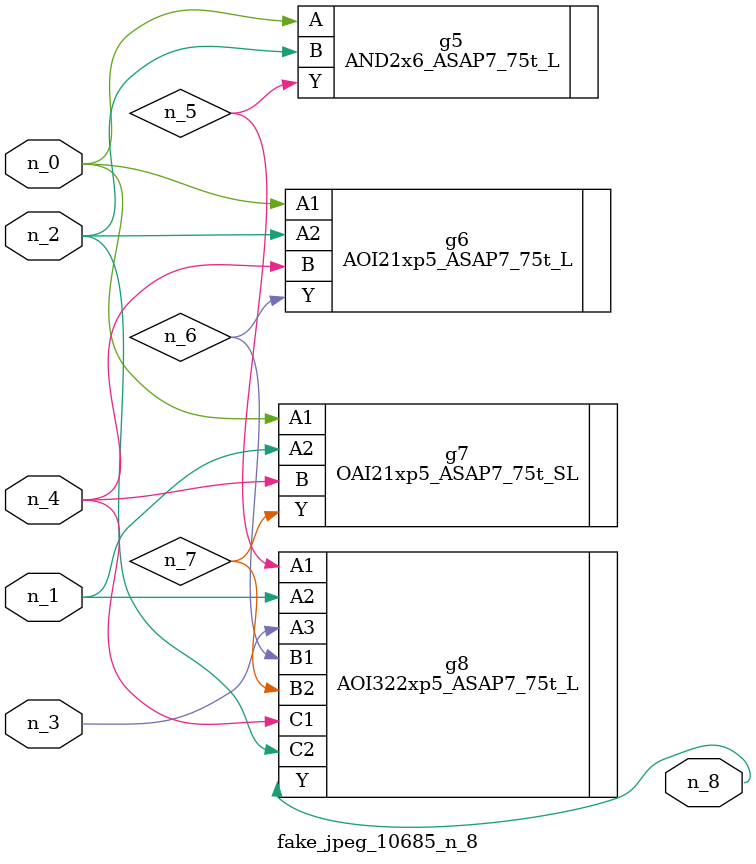
<source format=v>
module fake_jpeg_10685_n_8 (n_3, n_2, n_1, n_0, n_4, n_8);

input n_3;
input n_2;
input n_1;
input n_0;
input n_4;

output n_8;

wire n_6;
wire n_5;
wire n_7;

AND2x6_ASAP7_75t_L g5 ( 
.A(n_0),
.B(n_2),
.Y(n_5)
);

AOI21xp5_ASAP7_75t_L g6 ( 
.A1(n_0),
.A2(n_2),
.B(n_4),
.Y(n_6)
);

OAI21xp5_ASAP7_75t_SL g7 ( 
.A1(n_0),
.A2(n_1),
.B(n_4),
.Y(n_7)
);

AOI322xp5_ASAP7_75t_L g8 ( 
.A1(n_5),
.A2(n_1),
.A3(n_3),
.B1(n_6),
.B2(n_7),
.C1(n_4),
.C2(n_2),
.Y(n_8)
);


endmodule
</source>
